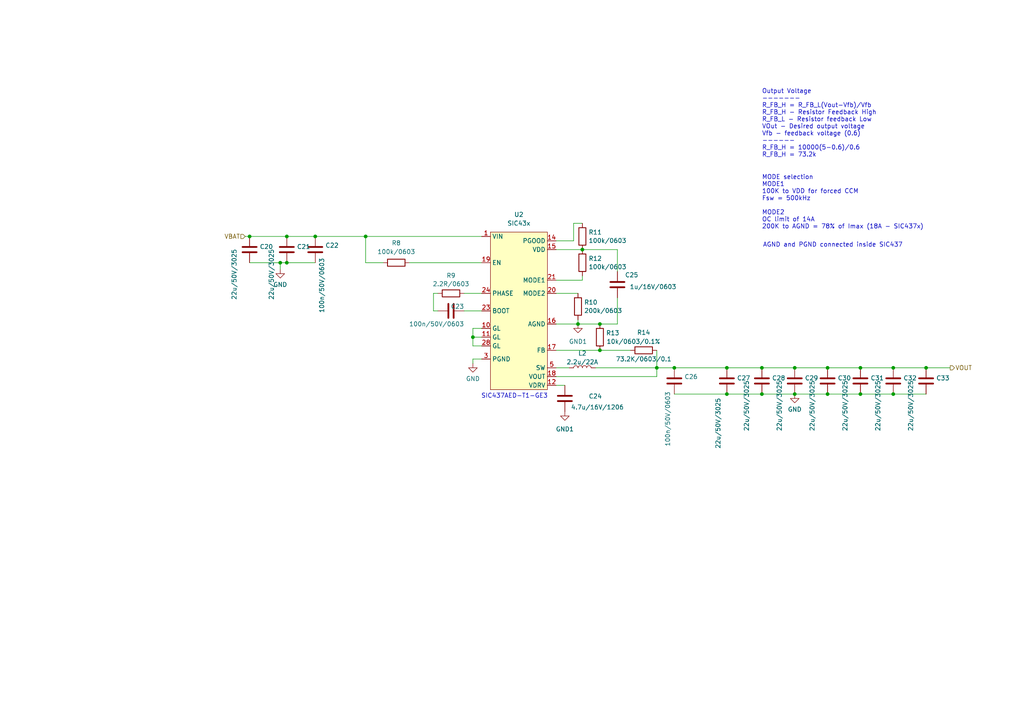
<source format=kicad_sch>
(kicad_sch (version 20250114) (generator "eeschema") (generator_version "9.0")
  (paper "A4")
  (title_block (date "2025-08-26") (rev "1") (company "Raw Matter IO Pty Ltd") (comment 1 "Preliminary Design") (comment 2 "Released for discussion") (comment 3 "C28 updated"))
  (lib_symbols
    (symbol "Device:C" (pin_numbers (hide yes)) (pin_names (offset 0.254))
      (property "Reference" "C" (at 0.635 2.54 0))
      (property "Value" "C" (at 0.635 -2.54 0))
      (symbol "C_0_1"
        (polyline (pts (xy -2.032 0.762) (xy 2.032 0.762)) (stroke (width 0.508)))
        (polyline (pts (xy -2.032 -0.762) (xy 2.032 -0.762)) (stroke (width 0.508)))
      )
      (symbol "C_1_1"
        (pin passive line (at 0 3.81 270) (length 2.794) (name "~") (number "1"))
        (pin passive line (at 0 -3.81 90) (length 2.794) (name "~") (number "2"))
      )
    )
    (symbol "Device:L" (pin_numbers (hide yes)) (pin_names (offset 1.016) (hide yes))
      (property "Reference" "L" (at -1.27 0 90))
      (property "Value" "L" (at 1.905 0 90))
      (symbol "L_0_1"
        (arc (start 0 2.54) (mid 0.6323 1.905) (end 0 1.27))
        (arc (start 0 1.27) (mid 0.6323 0.635) (end 0 0))
        (arc (start 0 0) (mid 0.6323 -0.635) (end 0 -1.27))
        (arc (start 0 -1.27) (mid 0.6323 -1.905) (end 0 -2.54))
      )
      (symbol "L_1_1"
        (pin passive line (at 0 3.81 270) (length 1.27) (name "1") (number "1"))
        (pin passive line (at 0 -3.81 90) (length 1.27) (name "2") (number "2"))
      )
    )
    (symbol "Device:R" (pin_numbers (hide yes)) (pin_names (offset 0))
      (property "Reference" "R" (at 2.032 0 90))
      (property "Value" "R" (at 0 0 90))
      (symbol "R_0_1"
        (rectangle (start -1.016 -2.54) (end 1.016 2.54) (stroke (width 0.254)))
      )
      (symbol "R_1_1"
        (pin passive line (at 0 3.81 270) (length 1.27) (name "~") (number "1"))
        (pin passive line (at 0 -3.81 90) (length 1.27) (name "~") (number "2"))
      )
    )
    (symbol "RM_Converter_DCDC:SIC43x"
      (property "Reference" "U5" (at -0.635 21.59 0))
      (property "Value" "SIC43x" (at -0.635 19.05 0))
      (symbol "SIC43x_0_1"
        (rectangle (start -8.89 16.51) (end 7.62 -29.21) (fill (type background)))
      )
      (symbol "SIC43x_1_1"
        (pin input line (at -11.43 15.24 0) (length 2.54) (name "VIN") (number "1"))
        (pin passive line (at -11.43 15.24 0) (length 2.54) (hide yes) (name "VIN") (number "2"))
        (pin passive line (at -11.43 15.24 0) (length 2.54) (hide yes) (name "VIN") (number "22"))
        (pin passive line (at -11.43 15.24 0) (length 2.54) (hide yes) (name "VIN") (number "26"))
        (pin input line (at -11.43 7.62 0) (length 2.54) (name "EN") (number "19"))
        (pin input line (at -11.43 -1.27 0) (length 2.54) (name "PHASE") (number "24"))
        (pin input line (at -11.43 -6.35 0) (length 2.54) (name "BOOT") (number "23"))
        (pin passive line (at -11.43 -11.43 0) (length 2.54) (name "GL") (number "10"))
        (pin passive line (at -11.43 -13.97 0) (length 2.54) (name "GL") (number "11"))
        (pin passive line (at -11.43 -16.51 0) (length 2.54) (name "GL") (number "28"))
        (pin passive line (at -11.43 -20.32 0) (length 2.54) (hide yes) (name "PGND") (number "13"))
        (pin passive line (at -11.43 -20.32 0) (length 2.54) (hide yes) (name "PGND") (number "27"))
        (pin input line (at -11.43 -20.32 0) (length 2.54) (name "PGND") (number "3"))
        (pin passive line (at -11.43 -20.32 0) (length 2.54) (hide yes) (name "PGND") (number "4"))
        (pin open_collector line (at 10.16 13.97 180) (length 2.54) (name "PGOOD") (number "14"))
        (pin power_out line (at 10.16 11.43 180) (length 2.54) (name "VDD") (number "15"))
        (pin input line (at 10.16 2.54 180) (length 2.54) (name "MODE1") (number "21"))
        (pin input line (at 10.16 -1.27 180) (length 2.54) (name "MODE2") (number "20"))
        (pin input line (at 10.16 -10.16 180) (length 2.54) (name "AGND") (number "16"))
        (pin passive line (at 10.16 -10.16 180) (length 2.54) (hide yes) (name "AGND") (number "25"))
        (pin input line (at 10.16 -17.78 180) (length 2.54) (name "FB") (number "17"))
        (pin power_out line (at 10.16 -22.86 180) (length 2.54) (name "SW") (number "5"))
        (pin power_out line (at 10.16 -22.86 180) (length 2.54) (hide yes) (name "SW") (number "6"))
        (pin power_out line (at 10.16 -22.86 180) (length 2.54) (hide yes) (name "SW") (number "7"))
        (pin power_out line (at 10.16 -22.86 180) (length 2.54) (hide yes) (name "SW") (number "8"))
        (pin power_out line (at 10.16 -22.86 180) (length 2.54) (hide yes) (name "SW") (number "9"))
        (pin power_out line (at 10.16 -25.4 180) (length 2.54) (name "VOUT") (number "18"))
        (pin input line (at 10.16 -27.94 180) (length 2.54) (name "VDRV") (number "12"))
      )
    )
    (symbol "power:GND" (power) (pin_names (offset 0))
      (property "Value" "GND" (at 0 -3.81 0))
      (symbol "GND_0_1"
        (polyline (pts (xy 0 0) (xy 0 -1.27) (xy 1.27 -1.27) (xy 0 -2.54) (xy -1.27 -1.27) (xy 0 -1.27)))
      )
      (symbol "GND_1_1"
        (pin power_in line (at 0 0 270) (length 0) (hide yes) (name "GND") (number "1"))
      )
    )
    (symbol "power:GND1" (power) (pin_names (offset 0))
      (property "Value" "GND1" (at 0 -3.81 0))
      (symbol "GND1_0_1"
        (polyline (pts (xy 0 0) (xy 0 -1.27) (xy 1.27 -1.27) (xy 0 -2.54) (xy -1.27 -1.27) (xy 0 -1.27)))
      )
      (symbol "GND1_1_1"
        (pin power_in line (at 0 0 270) (length 0) (hide yes) (name "GND1") (number "1"))
      )
    )
  )
  (text "Output Voltage\n-------\nR_FB_H = R_FB_L(Vout-Vfb)/Vfb\nR_FB_H - Resistor Feedback High\nR_FB_L - Resistor feedback Low\nVOut - Desired output voltage\nVfb - feedback voltage (0.6)\n------\nR_FB_H = 10000(5-0.6)/0.6\nR_FB_H = 73.2k\n" (at 220.98 45.72 0) (effects (font (size 1.27 1.27)) (justify left bottom)))
  (text "AGND and PGND connected inside SIC437" (at 241.554 71.12 0) (effects (font (size 1.27 1.27))))
  (text "SIC437AED-T1-GE3" (at 149.225 114.935 0) (effects (font (size 1.27 1.27))))
  (text "MODE selection\nMODE1\n100K to VDD for forced CCM\nFsw = 500kHz\n\nMODE2\nOC limit of 14A\n200K to AGND = 78% of Imax (18A - SIC437x)" (at 220.98 58.674 0) (effects (font (size 1.27 1.27)) (justify left)))
  (junction (at 220.98 114.3))
  (junction (at 91.44 68.58))
  (junction (at 259.08 114.3))
  (junction (at 230.505 106.68))
  (junction (at 173.99 101.6))
  (junction (at 230.505 114.3))
  (junction (at 168.91 72.39))
  (junction (at 81.28 76.2))
  (junction (at 249.555 114.3))
  (junction (at 167.64 93.98))
  (junction (at 240.03 106.68))
  (junction (at 173.99 93.98))
  (junction (at 83.185 76.2))
  (junction (at 72.39 68.58))
  (junction (at 210.82 106.68))
  (junction (at 240.03 114.3))
  (junction (at 83.185 68.58))
  (junction (at 220.98 106.68))
  (junction (at 210.82 114.3))
  (junction (at 195.58 106.68))
  (junction (at 268.605 106.68))
  (junction (at 249.555 106.68))
  (junction (at 106.045 68.58))
  (junction (at 259.08 106.68))
  (junction (at 137.16 97.79))
  (junction (at 190.5 106.68))
  (wire (pts (xy 173.99 93.98) (xy 179.07 93.98)))
  (wire (pts (xy 137.16 105.41) (xy 137.16 104.14)))
  (wire (pts (xy 230.505 106.68) (xy 240.03 106.68)))
  (wire (pts (xy 139.7 95.25) (xy 137.16 95.25)))
  (wire (pts (xy 249.555 114.3) (xy 259.08 114.3)))
  (wire (pts (xy 161.29 101.6) (xy 173.99 101.6)))
  (wire (pts (xy 81.28 76.2) (xy 83.185 76.2)))
  (wire (pts (xy 71.12 68.58) (xy 72.39 68.58)))
  (wire (pts (xy 195.58 114.3) (xy 210.82 114.3)))
  (wire (pts (xy 259.08 106.68) (xy 268.605 106.68)))
  (wire (pts (xy 259.08 114.3) (xy 268.605 114.3)))
  (wire (pts (xy 118.745 76.2) (xy 139.7 76.2)))
  (wire (pts (xy 167.64 92.71) (xy 167.64 93.98)))
  (wire (pts (xy 111.125 76.2) (xy 106.045 76.2)))
  (wire (pts (xy 161.29 85.09) (xy 167.64 85.09)))
  (wire (pts (xy 161.29 72.39) (xy 168.91 72.39)))
  (wire (pts (xy 161.29 93.98) (xy 167.64 93.98)))
  (wire (pts (xy 190.5 106.68) (xy 195.58 106.68)))
  (wire (pts (xy 190.5 109.22) (xy 190.5 106.68)))
  (wire (pts (xy 91.44 68.58) (xy 106.045 68.58)))
  (wire (pts (xy 179.07 72.39) (xy 168.91 72.39)))
  (wire (pts (xy 268.605 106.68) (xy 275.59 106.68)))
  (wire (pts (xy 166.37 64.77) (xy 168.91 64.77)))
  (wire (pts (xy 81.28 76.2) (xy 81.28 78.105)))
  (wire (pts (xy 161.29 69.85) (xy 166.37 69.85)))
  (wire (pts (xy 125.73 90.17) (xy 127 90.17)))
  (wire (pts (xy 83.185 76.2) (xy 91.44 76.2)))
  (wire (pts (xy 240.03 106.68) (xy 249.555 106.68)))
  (wire (pts (xy 137.16 97.79) (xy 139.7 97.79)))
  (wire (pts (xy 195.58 106.68) (xy 210.82 106.68)))
  (wire (pts (xy 161.29 81.28) (xy 168.91 81.28)))
  (wire (pts (xy 210.82 114.3) (xy 220.98 114.3)))
  (wire (pts (xy 137.16 97.79) (xy 137.16 100.33)))
  (wire (pts (xy 137.16 95.25) (xy 137.16 97.79)))
  (wire (pts (xy 72.39 76.2) (xy 81.28 76.2)))
  (wire (pts (xy 161.29 106.68) (xy 165.1 106.68)))
  (wire (pts (xy 220.98 106.68) (xy 230.505 106.68)))
  (wire (pts (xy 179.07 93.98) (xy 179.07 86.36)))
  (wire (pts (xy 161.29 109.22) (xy 190.5 109.22)))
  (wire (pts (xy 240.03 114.3) (xy 249.555 114.3)))
  (wire (pts (xy 249.555 106.68) (xy 259.08 106.68)))
  (wire (pts (xy 106.045 76.2) (xy 106.045 68.58)))
  (wire (pts (xy 161.29 111.76) (xy 163.83 111.76)))
  (wire (pts (xy 172.72 106.68) (xy 190.5 106.68)))
  (wire (pts (xy 106.045 68.58) (xy 139.7 68.58)))
  (wire (pts (xy 173.99 101.6) (xy 182.88 101.6)))
  (wire (pts (xy 127 85.09) (xy 125.73 85.09)))
  (wire (pts (xy 125.73 85.09) (xy 125.73 90.17)))
  (wire (pts (xy 137.16 100.33) (xy 139.7 100.33)))
  (wire (pts (xy 230.505 114.3) (xy 240.03 114.3)))
  (wire (pts (xy 72.39 68.58) (xy 83.185 68.58)))
  (wire (pts (xy 83.185 68.58) (xy 91.44 68.58)))
  (wire (pts (xy 167.64 93.98) (xy 173.99 93.98)))
  (wire (pts (xy 166.37 69.85) (xy 166.37 64.77)))
  (wire (pts (xy 168.91 81.28) (xy 168.91 80.01)))
  (wire (pts (xy 210.82 106.68) (xy 220.98 106.68)))
  (wire (pts (xy 179.07 78.74) (xy 179.07 72.39)))
  (wire (pts (xy 220.98 114.3) (xy 230.505 114.3)))
  (wire (pts (xy 134.62 90.17) (xy 139.7 90.17)))
  (wire (pts (xy 190.5 106.68) (xy 190.5 101.6)))
  (wire (pts (xy 134.62 85.09) (xy 139.7 85.09)))
  (wire (pts (xy 137.16 104.14) (xy 139.7 104.14)))
  (hierarchical_label "VBAT" (shape input) (at 71.12 68.58 180))
  (hierarchical_label "VOUT" (shape output) (at 275.59 106.68 0))
  (symbol (lib_id "power:GND") (at 230.505 114.3 0) (unit 1)
    (property "Reference" "#PWR016" (effects (hide yes)))
    (property "Value" "GND" (at 230.505 118.7434 0))
  )
  (symbol (lib_id "Device:C") (at 210.82 110.49 0) (unit 1)
    (property "Reference" "C27" (at 213.741 109.6553 0) (effects (justify left)))
    (property "Value" "22u/50V/3025" (at 208.28 130.175 90) (effects (justify left)))
    (property "Footprint" "Library:C_CER_7.5x6.3" (effects (hide yes)))
    (property "Description" "Unpolarized capacitor" (effects (hide yes)))
    (property "Digikey" "445-174338-1-ND" (effects (hide yes)))
    (property "Coefficient" "X79" (effects (hide yes)))
    (property "Tolerance" "20" (effects (hide yes)))
    (property "Voltage" "50" (effects (hide yes)))
    (property "Manufacturer" "United Chemi-Con" (effects (hide yes)))
    (property "Part" "KTS500B226M76N0T00" (effects (hide yes)))
  )
  (symbol (lib_id "Device:C") (at 163.83 115.57 0) (mirror y) (unit 1)
    (property "Reference" "C24" (at 174.625 114.935 0) (effects (justify left)))
    (property "Value" "4.7u/16V/1206" (at 180.975 118.11 0) (effects (justify left)))
    (property "Footprint" "Library:C_1206_3216Metric" (effects (hide yes)))
    (property "Description" "Unpolarized capacitor" (effects (hide yes)))
    (property "Digikey" "490-16469-1-ND" (effects (hide yes)))
    (property "Coefficient" "X8L" (effects (hide yes)))
    (property "Tolerance" "10" (effects (hide yes)))
    (property "Voltage" "16" (effects (hide yes)))
    (property "Manufacturer" "Murata" (effects (hide yes)))
    (property "Part" "GCJ31CL81C475KA01L" (effects (hide yes)))
  )
  (symbol (lib_id "RM_Converter_DCDC:SIC43x") (at 151.13 83.82 0) (unit 1)
    (property "Reference" "U2" (at 150.495 62.23 0))
    (property "Value" "SIC43x" (at 150.495 64.77 0))
    (property "Footprint" "Library:SIC43x" (effects (hide yes)))
    (property "Manufacturer" "Vishay Siliconix" (effects (hide yes)))
    (property "Part" "SIC437AED-T1-GE3" (effects (hide yes)))
    (property "Digikey" "SIC437AED-T1-GE3CT-ND" (effects (hide yes)))
  )
  (symbol (lib_id "Device:R") (at 168.91 76.2 0) (unit 1)
    (property "Reference" "R12" (at 170.688 74.9878 0) (effects (justify left)))
    (property "Value" "100k/0603" (at 170.688 77.4121 0) (effects (justify left)))
    (property "Footprint" "Library:R_0603_1608Metric" (effects (hide yes)))
    (property "Description" "Resistor" (effects (hide yes)))
    (property "Digikey" "311-100KHRCT-ND" (effects (hide yes)))
    (property "Power" "1/16" (effects (hide yes)))
    (property "Tolerance" "1%" (effects (hide yes)))
    (property "Manufacturer" "YAGEO" (effects (hide yes)))
    (property "Part" "RC0603FR-07100KL" (effects (hide yes)))
  )
  (symbol (lib_id "Device:C") (at 83.185 72.39 0) (unit 1)
    (property "Reference" "C21" (at 86.106 71.5553 0) (effects (justify left)))
    (property "Value" "22u/50V/3025" (at 78.74 86.995 90) (effects (justify left)))
    (property "Footprint" "Library:C_CER_7.5x6.3" (effects (hide yes)))
    (property "Description" "Unpolarized capacitor" (effects (hide yes)))
    (property "Digikey" "445-174338-1-ND" (effects (hide yes)))
    (property "Coefficient" "X79" (effects (hide yes)))
    (property "Tolerance" "20" (effects (hide yes)))
    (property "Voltage" "50" (effects (hide yes)))
    (property "Manufacturer" "United Chemi-Con" (effects (hide yes)))
    (property "Part" "KTS500B226M76N0T00" (effects (hide yes)))
  )
  (symbol (lib_id "Device:C") (at 179.07 82.55 0) (mirror y) (unit 1)
    (property "Reference" "C25" (at 185.166 79.756 0) (effects (justify left)))
    (property "Value" "1u/16V/0603" (at 196.215 83.185 0) (effects (justify left)))
    (property "Footprint" "Library:C_0603_1608Metric" (effects (hide yes)))
    (property "Description" "Unpolarized capacitor" (effects (hide yes)))
    (property "Digikey" "490-GCG188L8EE105KA07DCT-ND" (effects (hide yes)))
    (property "Coefficient" "X8L" (effects (hide yes)))
    (property "Tolerance" "10%" (effects (hide yes)))
    (property "Voltage" "16" (effects (hide yes)))
    (property "Manufacturer" "Murata Electronics" (effects (hide yes)))
    (property "Part" "GCG188L8EE105KA07D" (effects (hide yes)))
  )
  (symbol (lib_id "Device:C") (at 91.44 72.39 180) (unit 1)
    (property "Reference" "C22" (at 94.361 71.1778 0) (effects (justify right)))
    (property "Value" "100n/50V/0603" (at 93.345 90.805 90) (effects (justify right)))
    (property "Footprint" "Library:C_0603_1608Metric" (effects (hide yes)))
    (property "Description" "Unpolarized capacitor" (effects (hide yes)))
    (property "Digikey" "587-1243-1-ND" (effects (hide yes)))
    (property "Tolerance" "10%" (effects (hide yes)))
    (property "Coefficient" "X7R" (effects (hide yes)))
    (property "Voltage" "50" (effects (hide yes)))
    (property "Manufacturer" "Taiyo Yuden" (effects (hide yes)))
    (property "Part" "UMK107B7104KA-T" (effects (hide yes)))
  )
  (symbol (lib_id "Device:R") (at 173.99 97.79 0) (unit 1)
    (property "Reference" "R13" (at 175.768 96.5778 0) (effects (justify left)))
    (property "Value" "10k/0603/0.1%" (at 175.895 99.06 0) (effects (justify left)))
    (property "Footprint" "Library:R_0603_1608Metric" (effects (hide yes)))
    (property "Description" "Resistor" (effects (hide yes)))
    (property "Digikey" "P20086CT-ND" (effects (hide yes)))
    (property "Power" "1/16" (effects (hide yes)))
    (property "Tolerance" "0.1%" (effects (hide yes)))
    (property "Manufacturer" "Panasonic Electronic Components" (effects (hide yes)))
    (property "Part" "ERJ-PB3B1002V" (effects (hide yes)))
  )
  (symbol (lib_id "Device:R") (at 186.69 101.6 90) (unit 1)
    (property "Reference" "R14" (at 186.69 96.4395 90))
    (property "Value" "73.2K/0603/0.1" (at 186.69 104.14 90))
    (property "Footprint" "Library:R_0603_1608Metric" (effects (hide yes)))
  )
  (symbol (lib_id "Device:R") (at 114.935 76.2 90) (unit 1)
    (property "Reference" "R8" (at 114.935 70.485 90))
    (property "Value" "100k/0603" (at 114.935 73.025 90))
    (property "Footprint" "Library:R_0603_1608Metric" (effects (hide yes)))
    (property "Description" "Resistor" (effects (hide yes)))
    (property "Digikey" "311-100KHRCT-ND" (effects (hide yes)))
    (property "Power" "1/16" (effects (hide yes)))
    (property "Tolerance" "1%" (effects (hide yes)))
    (property "Manufacturer" "YAGEO" (effects (hide yes)))
    (property "Part" "RC0603FR-07100KL" (effects (hide yes)))
  )
  (symbol (lib_id "Device:C") (at 249.555 110.49 0) (unit 1)
    (property "Reference" "C31" (at 252.476 109.6553 0) (effects (justify left)))
    (property "Value" "22u/50V/3025" (at 245.11 125.095 90) (effects (justify left)))
    (property "Footprint" "Library:C_CER_7.5x6.3" (effects (hide yes)))
    (property "Description" "Unpolarized capacitor" (effects (hide yes)))
    (property "Digikey" "445-174338-1-ND" (effects (hide yes)))
    (property "Coefficient" "X79" (effects (hide yes)))
    (property "Tolerance" "20" (effects (hide yes)))
    (property "Voltage" "50" (effects (hide yes)))
    (property "Manufacturer" "United Chemi-Con" (effects (hide yes)))
    (property "Part" "KTS500B226M76N0T00" (effects (hide yes)))
  )
  (symbol (lib_id "Device:C") (at 220.98 110.49 0) (unit 1)
    (property "Reference" "C28" (at 223.901 109.6553 0) (effects (justify left)))
    (property "Value" "22u/50V/3025" (at 216.535 125.095 90) (effects (justify left)))
    (property "Footprint" "Library:C_CER_7.5x6.3" (effects (hide yes)))
    (property "Description" "Unpolarized capacitor" (effects (hide yes)))
    (property "Digikey" "445-174338-1-ND" (effects (hide yes)))
    (property "Coefficient" "X79" (effects (hide yes)))
    (property "Tolerance" "20" (effects (hide yes)))
    (property "Voltage" "50" (effects (hide yes)))
    (property "Manufacturer" "United Chemi-Con" (effects (hide yes)))
    (property "Part" "KTS500B226M76N0T00" (effects (hide yes)))
  )
  (symbol (lib_id "power:GND") (at 81.28 78.105 0) (unit 1)
    (property "Reference" "#PWR012" (effects (hide yes)))
    (property "Value" "GND" (at 81.28 82.5484 0))
  )
  (symbol (lib_id "power:GND1") (at 163.83 119.38 0) (unit 1)
    (property "Reference" "#PWR014" (effects (hide yes)))
    (property "Value" "GND1" (at 163.83 124.46 0))
  )
  (symbol (lib_id "Device:C") (at 72.39 72.39 0) (unit 1)
    (property "Reference" "C20" (at 75.311 71.5553 0) (effects (justify left)))
    (property "Value" "22u/50V/3025" (at 67.945 86.995 90) (effects (justify left)))
    (property "Footprint" "Library:C_CER_7.5x6.3" (effects (hide yes)))
    (property "Description" "Unpolarized capacitor" (effects (hide yes)))
    (property "Digikey" "445-174338-1-ND" (effects (hide yes)))
    (property "Coefficient" "X79" (effects (hide yes)))
    (property "Tolerance" "20" (effects (hide yes)))
    (property "Voltage" "50" (effects (hide yes)))
    (property "Manufacturer" "United Chemi-Con" (effects (hide yes)))
    (property "Part" "KTS500B226M76N0T00" (effects (hide yes)))
  )
  (symbol (lib_id "Device:R") (at 130.81 85.09 270) (unit 1)
    (property "Reference" "R9" (at 130.81 79.9295 90))
    (property "Value" "2.2R/0603" (at 130.81 82.3538 90))
    (property "Footprint" "Library:R_0603_1608Metric" (effects (hide yes)))
    (property "Description" "Resistor" (effects (hide yes)))
    (property "Digikey" "311-2.2HRCT-ND" (effects (hide yes)))
    (property "Power" "1/16" (effects (hide yes)))
    (property "Tolerance" "1%" (effects (hide yes)))
    (property "Manufacturer" "YAGEO" (effects (hide yes)))
    (property "Part" "RC0603FR-072R2L" (effects (hide yes)))
  )
  (symbol (lib_id "Device:C") (at 195.58 110.49 180) (unit 1)
    (property "Reference" "C26" (at 198.501 109.2778 0) (effects (justify right)))
    (property "Value" "100n/50V/0603" (at 193.675 129.54 90) (effects (justify right)))
    (property "Footprint" "Library:C_0603_1608Metric" (effects (hide yes)))
    (property "Description" "Unpolarized capacitor" (effects (hide yes)))
    (property "Digikey" "587-1243-1-ND" (effects (hide yes)))
    (property "Tolerance" "10%" (effects (hide yes)))
    (property "Coefficient" "X7R" (effects (hide yes)))
    (property "Voltage" "50" (effects (hide yes)))
    (property "Manufacturer" "Taiyo Yuden" (effects (hide yes)))
    (property "Part" "UMK107B7104KA-T" (effects (hide yes)))
  )
  (symbol (lib_id "power:GND") (at 137.16 105.41 0) (unit 1)
    (property "Reference" "#PWR013" (effects (hide yes)))
    (property "Value" "GND" (at 137.16 109.8534 0))
  )
  (symbol (lib_id "Device:R") (at 168.91 68.58 0) (unit 1)
    (property "Reference" "R11" (at 170.688 67.3678 0) (effects (justify left)))
    (property "Value" "100k/0603" (at 170.688 69.7921 0) (effects (justify left)))
    (property "Footprint" "Library:R_0603_1608Metric" (effects (hide yes)))
    (property "Description" "Resistor" (effects (hide yes)))
    (property "Digikey" "311-100KHRCT-ND" (effects (hide yes)))
    (property "Power" "1/16" (effects (hide yes)))
    (property "Tolerance" "1%" (effects (hide yes)))
    (property "Manufacturer" "YAGEO" (effects (hide yes)))
    (property "Part" "RC0603FR-07100KL" (effects (hide yes)))
  )
  (symbol (lib_id "Device:R") (at 167.64 88.9 0) (unit 1)
    (property "Reference" "R10" (at 169.418 87.6878 0) (effects (justify left)))
    (property "Value" "200k/0603" (at 169.418 90.1121 0) (effects (justify left)))
    (property "Footprint" "Library:R_0603_1608Metric" (effects (hide yes)))
    (property "Description" "Resistor" (effects (hide yes)))
  )
  (symbol (lib_id "Device:C") (at 259.08 110.49 0) (unit 1)
    (property "Reference" "C32" (at 262.001 109.6553 0) (effects (justify left)))
    (property "Value" "22u/50V/3025" (at 254.635 125.095 90) (effects (justify left)))
    (property "Footprint" "Library:C_CER_7.5x6.3" (effects (hide yes)))
    (property "Description" "Unpolarized capacitor" (effects (hide yes)))
    (property "Digikey" "445-174338-1-ND" (effects (hide yes)))
    (property "Coefficient" "X79" (effects (hide yes)))
    (property "Tolerance" "20" (effects (hide yes)))
    (property "Voltage" "50" (effects (hide yes)))
    (property "Manufacturer" "United Chemi-Con" (effects (hide yes)))
    (property "Part" "KTS500B226M76N0T00" (effects (hide yes)))
  )
  (symbol (lib_id "Device:L") (at 168.91 106.68 90) (unit 1)
    (property "Reference" "L2" (at 168.91 102.4722 90))
    (property "Value" "2.2u/22A" (at 168.91 105.0091 90))
    (property "Description" "Inductor" (effects (hide yes)))
    (property "Digikey" "SRP1265A-2R2M" (effects (hide yes)))
    (property "Part" "SRP1265A-2R2M" (effects (hide yes)))
  )
  (symbol (lib_id "Device:C") (at 240.03 110.49 0) (unit 1)
    (property "Reference" "C30" (at 242.951 109.6553 0) (effects (justify left)))
    (property "Value" "22u/50V/3025" (at 235.585 125.095 90) (effects (justify left)))
    (property "Footprint" "Library:C_CER_7.5x6.3" (effects (hide yes)))
    (property "Description" "Unpolarized capacitor" (effects (hide yes)))
    (property "Digikey" "445-174338-1-ND" (effects (hide yes)))
    (property "Coefficient" "X79" (effects (hide yes)))
    (property "Tolerance" "20" (effects (hide yes)))
    (property "Voltage" "50" (effects (hide yes)))
    (property "Manufacturer" "United Chemi-Con" (effects (hide yes)))
    (property "Part" "KTS500B226M76N0T00" (effects (hide yes)))
  )
  (symbol (lib_id "power:GND1") (at 167.64 93.98 0) (unit 1)
    (property "Reference" "#PWR015" (effects (hide yes)))
    (property "Value" "GND1" (at 167.64 99.06 0))
  )
  (symbol (lib_id "Device:C") (at 268.605 110.49 0) (unit 1)
    (property "Reference" "C33" (at 271.526 109.6553 0) (effects (justify left)))
    (property "Value" "22u/50V/3025" (at 264.16 125.095 90) (effects (justify left)))
    (property "Footprint" "Library:C_CER_7.5x6.3" (effects (hide yes)))
    (property "Description" "Unpolarized capacitor" (effects (hide yes)))
    (property "Digikey" "445-174338-1-ND" (effects (hide yes)))
    (property "Coefficient" "X79" (effects (hide yes)))
    (property "Tolerance" "20" (effects (hide yes)))
    (property "Voltage" "50" (effects (hide yes)))
    (property "Manufacturer" "United Chemi-Con" (effects (hide yes)))
    (property "Part" "KTS500B226M76N0T00" (effects (hide yes)))
  )
  (symbol (lib_id "Device:C") (at 130.81 90.17 270) (unit 1)
    (property "Reference" "C23" (at 134.62 88.9 90) (effects (justify right)))
    (property "Value" "100n/50V/0603" (at 134.62 93.98 90) (effects (justify right)))
    (property "Footprint" "Library:C_0603_1608Metric" (effects (hide yes)))
    (property "Description" "Unpolarized capacitor" (effects (hide yes)))
    (property "Digikey" "587-1243-1-ND" (effects (hide yes)))
    (property "Tolerance" "10%" (effects (hide yes)))
    (property "Coefficient" "X7R" (effects (hide yes)))
    (property "Voltage" "50" (effects (hide yes)))
    (property "Manufacturer" "Taiyo Yuden" (effects (hide yes)))
    (property "Part" "UMK107B7104KA-T" (effects (hide yes)))
  )
  (symbol (lib_id "Device:C") (at 230.505 110.49 0) (unit 1)
    (property "Reference" "C29" (at 233.426 109.6553 0) (effects (justify left)))
    (property "Value" "22u/50V/3025" (at 226.06 125.095 90) (effects (justify left)))
    (property "Footprint" "Library:C_CER_7.5x6.3" (effects (hide yes)))
    (property "Description" "Unpolarized capacitor" (effects (hide yes)))
    (property "Digikey" "445-174338-1-ND" (effects (hide yes)))
    (property "Coefficient" "X79" (effects (hide yes)))
    (property "Tolerance" "20" (effects (hide yes)))
    (property "Voltage" "50" (effects (hide yes)))
    (property "Manufacturer" "United Chemi-Con" (effects (hide yes)))
    (property "Part" "KTS500B226M76N0T00" (effects (hide yes)))
  )
)
</source>
